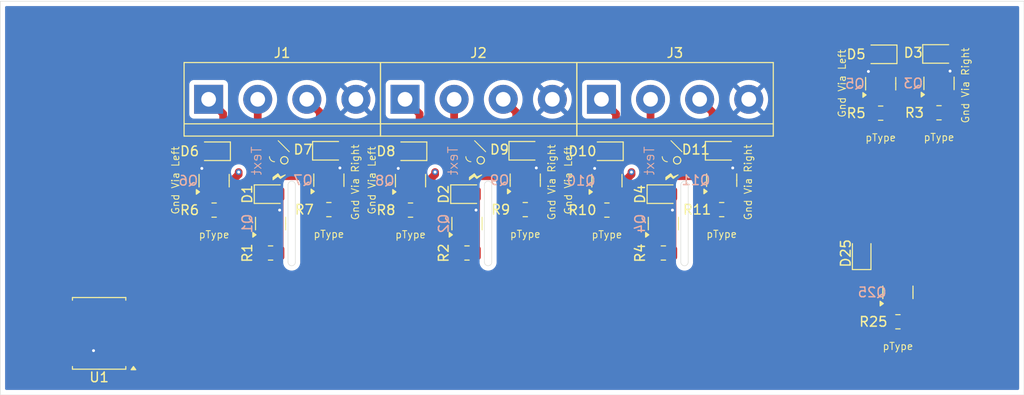
<source format=kicad_pcb>
(kicad_pcb (version 20240108) (generator "pcbnew") (generator_version "8.0")
  (layers (0 "F.Cu" signal) (31 "B.Cu" signal) (34 "B.Paste" user) (35 "F.Paste" user) (36 "B.SilkS" user "B.Silkscreen") (37 "F.SilkS" user "F.Silkscreen") (38 "B.Mask" user) (39 "F.Mask" user) (44 "Edge.Cuts" user))
  (net 0 "")
  (net 1 "/SubPcb/nType/Output")
  (net 2 "+3.3V")
  (net 3 "/pTypeA1/Output")
  (net 4 "/SubPcb1/nType/Output")
  (net 5 "GND")
  (net 6 "/pTypeB1/Output")
  (net 7 "/SubPcb2/nType/Output")
  (net 8 "/SubPcb/pTypeB/Output")
  (net 24 "VDC")
  (net 25 "/SubPcb/Input")
  (net 26 "/SubPcb1/Input")
  (net 27 "/SubPcb2/Input")
  (net 28 "/SubPcb/pTypeA/Output")
  (net 29 "/SubPcb1/pTypeB/Output")
  (net 30 "/SubPcb1/pTypeA/Output")
  (net 31 "/SubPcb2/pTypeB/Output")
  (net 32 "/SubPcb2/pTypeA/Output")
  (net 33 "/pTypeA1/Input")
  (net 34 "/pTypeB1/Input")
  (net 35 "/pType/Output")
  (net 36 "/pType/Input")
  (footprint "Package_TO_SOT_SMD:SOT-23" (layer "F.Cu") (at 112.08 45.397 90)
    (property "Reference" "Q25" (at 0 -2.667 0) (layer "B.SilkS") (effects (justify mirror)))
    (property "Value" "BC807")
    (pad "1" smd roundrect (at -0.9375 -0.95 90) (size 1.475 0.6) (layers "F.Cu" "F.Paste" "F.Mask") (net 36 "/pType/Input"))
    (pad "2" smd roundrect (at -0.9375 0.95 90) (size 1.475 0.6) (layers "F.Cu" "F.Paste" "F.Mask") (net 24 "VDC"))
    (pad "3" smd roundrect (at 0.9375 0 90) (size 1.475 0.6) (layers "F.Cu" "F.Paste" "F.Mask") (net 35 "/pType/Output"))
  )
  (footprint "Diode_SMD:D_0805_2012Metric" (layer "F.Cu") (at 81.9745 30.781 180)
    (property "Reference" "D10" (at 2.54 0 180) (layer "F.SilkS"))
    (property "Value" "D_Schottky_Small")
    (pad "1" smd roundrect (at -0.9375 0 180) (size 0.975 1.4) (layers "F.Cu" "F.Paste" "F.Mask") (net 31 "/SubPcb2/pTypeB/Output"))
    (pad "2" smd roundrect (at 0.9375 0 180) (size 0.975 1.4) (layers "F.Cu" "F.Paste" "F.Mask") (net 5 "GND"))
  )
  (footprint "Diode_SMD:D_0805_2012Metric" (layer "F.Cu") (at 61.6545 30.781 180)
    (property "Reference" "D8" (at 2.54 0 180) (layer "F.SilkS"))
    (property "Value" "D_Schottky_Small")
    (pad "1" smd roundrect (at -0.9375 0 180) (size 0.975 1.4) (layers "F.Cu" "F.Paste" "F.Mask") (net 29 "/SubPcb1/pTypeB/Output"))
    (pad "2" smd roundrect (at 0.9375 0 180) (size 0.975 1.4) (layers "F.Cu" "F.Paste" "F.Mask") (net 5 "GND"))
  )
  (footprint "Diode_SMD:D_0805_2012Metric" (layer "F.Cu") (at 116.332 20.701)
    (property "Reference" "D3" (at -2.667 -0.127 0) (layer "F.SilkS"))
    (property "Value" "D_Schottky_Small")
    (pad "1" smd roundrect (at -0.9375 0) (size 0.975 1.4) (layers "F.Cu" "F.Paste" "F.Mask") (net 3 "/pTypeA1/Output"))
    (pad "2" smd roundrect (at 0.9375 0) (size 0.975 1.4) (layers "F.Cu" "F.Paste" "F.Mask") (net 5 "GND"))
  )
  (footprint "Package_TO_SOT_SMD:SOT-23" (layer "F.Cu") (at 93.8465 33.7805 90)
    (property "Reference" "Q11" (at 0 -2.667 0) (layer "B.SilkS") (effects (justify mirror)))
    (property "Value" "BC807")
    (pad "1" smd roundrect (at -0.9375 -0.95 90) (size 1.475 0.6) (layers "F.Cu" "F.Paste" "F.Mask") (net 7 "/SubPcb2/nType/Output"))
    (pad "2" smd roundrect (at -0.9375 0.95 90) (size 1.475 0.6) (layers "F.Cu" "F.Paste" "F.Mask") (net 24 "VDC"))
    (pad "3" smd roundrect (at 0.9375 0 90) (size 1.475 0.6) (layers "F.Cu" "F.Paste" "F.Mask") (net 32 "/SubPcb2/pTypeA/Output"))
  )
  (footprint "Diode_SMD:D_0805_2012Metric" (layer "F.Cu") (at 108.331 41.3535 90)
    (property "Reference" "D25" (at 0 -1.65 -90) (layer "F.SilkS"))
    (property "Value" "D_Schottky_Small")
    (pad "1" smd roundrect (at -0.9375 0 90) (size 0.975 1.4) (layers "F.Cu" "F.Paste" "F.Mask") (net 35 "/pType/Output"))
    (pad "2" smd roundrect (at 0.9375 0 90) (size 0.975 1.4) (layers "F.Cu" "F.Paste" "F.Mask") (net 5 "GND"))
  )
  (footprint "Package_SO:SSOP-20_5.3x7.2mm_P0.65mm" (layer "F.Cu") (at 29.438019 49.646 180)
    (property "Reference" "U1" (at 0 -4.55 180) (layer "F.SilkS"))
    (property "Value" "ATtiny1626-X")
    (pad "1" smd roundrect (at -3.5 -2.925 180) (size 1.9 0.5) (layers "F.Cu" "F.Paste" "F.Mask") (net 2 "+3.3V"))
    (pad "2" smd roundrect (at -3.5 -2.275 180) (size 1.9 0.5) (layers "F.Cu" "F.Paste" "F.Mask"))
    (pad "3" smd roundrect (at -3.5 -1.625 180) (size 1.9 0.5) (layers "F.Cu" "F.Paste" "F.Mask"))
    (pad "4" smd roundrect (at -3.5 -0.975 180) (size 1.9 0.5) (layers "F.Cu" "F.Paste" "F.Mask"))
    (pad "5" smd roundrect (at -3.5 -0.325 180) (size 1.9 0.5) (layers "F.Cu" "F.Paste" "F.Mask"))
    (pad "6" smd roundrect (at -3.5 0.325 180) (size 1.9 0.5) (layers "F.Cu" "F.Paste" "F.Mask") (net 27 "/SubPcb2/Input"))
    (pad "7" smd roundrect (at -3.5 0.975 180) (size 1.9 0.5) (layers "F.Cu" "F.Paste" "F.Mask") (net 26 "/SubPcb1/Input"))
    (pad "8" smd roundrect (at -3.5 1.625 180) (size 1.9 0.5) (layers "F.Cu" "F.Paste" "F.Mask") (net 25 "/SubPcb/Input"))
    (pad "9" smd roundrect (at -3.5 2.275 180) (size 1.9 0.5) (layers "F.Cu" "F.Paste" "F.Mask"))
    (pad "10" smd roundrect (at -3.5 2.925 180) (size 1.9 0.5) (layers "F.Cu" "F.Paste" "F.Mask"))
    (pad "11" smd roundrect (at 3.5 2.925 180) (size 1.9 0.5) (layers "F.Cu" "F.Paste" "F.Mask"))
    (pad "12" smd roundrect (at 3.5 2.275 180) (size 1.9 0.5) (layers "F.Cu" "F.Paste" "F.Mask"))
    (pad "13" smd roundrect (at 3.5 1.625 180) (size 1.9 0.5) (layers "F.Cu" "F.Paste" "F.Mask"))
    (pad "14" smd roundrect (at 3.5 0.975 180) (size 1.9 0.5) (layers "F.Cu" "F.Paste" "F.Mask"))
    (pad "15" smd roundrect (at 3.5 0.325 180) (size 1.9 0.5) (layers "F.Cu" "F.Paste" "F.Mask"))
    (pad "16" smd roundrect (at 3.5 -0.325 180) (size 1.9 0.5) (layers "F.Cu" "F.Paste" "F.Mask"))
    (pad "17" smd roundrect (at 3.5 -0.975 180) (size 1.9 0.5) (layers "F.Cu" "F.Paste" "F.Mask"))
    (pad "18" smd roundrect (at 3.5 -1.625 180) (size 1.9 0.5) (layers "F.Cu" "F.Paste" "F.Mask"))
    (pad "19" smd roundrect (at 3.5 -2.275 180) (size 1.9 0.5) (layers "F.Cu" "F.Paste" "F.Mask"))
    (pad "20" smd roundrect (at 3.5 -2.925 180) (size 1.9 0.5) (layers "F.Cu" "F.Paste" "F.Mask") (net 5 "GND"))
  )
  (footprint "Diode_SMD:D_0805_2012Metric" (layer "F.Cu") (at 87.8165 35.226)
    (property "Reference" "D4" (at -2.413 0 -90) (layer "F.SilkS"))
    (property "Value" "D_Schottky_Small")
    (pad "1" smd roundrect (at -0.9375 0) (size 0.975 1.4) (layers "F.Cu" "F.Paste" "F.Mask") (net 7 "/SubPcb2/nType/Output"))
    (pad "2" smd roundrect (at 0.9375 0) (size 0.975 1.4) (layers "F.Cu" "F.Paste" "F.Mask") (net 5 "GND"))
  )
  (footprint "Diode_SMD:D_0805_2012Metric" (layer "F.Cu") (at 110.297 20.7385 180)
    (property "Reference" "D5" (at 2.54 0 180) (layer "F.SilkS"))
    (property "Value" "D_Schottky_Small")
    (pad "1" smd roundrect (at -0.9375 0 180) (size 0.975 1.4) (layers "F.Cu" "F.Paste" "F.Mask") (net 6 "/pTypeB1/Output"))
    (pad "2" smd roundrect (at 0.9375 0 180) (size 0.975 1.4) (layers "F.Cu" "F.Paste" "F.Mask") (net 5 "GND"))
  )
  (footprint "Resistor_SMD:R_0805_2012Metric" (layer "F.Cu") (at 61.6545 36.877 180)
    (property "Reference" "R8" (at 2.54 0 0) (layer "F.SilkS"))
    (property "Value" "10k")
    (pad "1" smd roundrect (at -0.9125 0 180) (size 1.025 1.4) (layers "F.Cu" "F.Paste" "F.Mask") (roundrect_rratio 0.243902) (net 24 "VDC"))
    (pad "2" smd roundrect (at 0.9125 0 180) (size 1.025 1.4) (layers "F.Cu" "F.Paste" "F.Mask") (roundrect_rratio 0.243902) (net 4 "/SubPcb1/nType/Output"))
  )
  (footprint "Diode_SMD:D_0805_2012Metric" (layer "F.Cu") (at 53.2065 30.7325)
    (property "Reference" "D7" (at -2.667 -0.127 0) (layer "F.SilkS"))
    (property "Value" "D_Schottky_Small")
    (pad "1" smd roundrect (at -0.9375 0) (size 0.975 1.4) (layers "F.Cu" "F.Paste" "F.Mask") (net 28 "/SubPcb/pTypeA/Output"))
    (pad "2" smd roundrect (at 0.9375 0) (size 0.975 1.4) (layers "F.Cu" "F.Paste" "F.Mask") (net 5 "GND"))
  )
  (footprint "Package_TO_SOT_SMD:SOT-23" (layer "F.Cu") (at 73.5265 33.7805 90)
    (property "Reference" "Q9" (at 0 -2.667 0) (layer "B.SilkS") (effects (justify mirror)))
    (property "Value" "BC807")
    (pad "1" smd roundrect (at -0.9375 -0.95 90) (size 1.475 0.6) (layers "F.Cu" "F.Paste" "F.Mask") (net 4 "/SubPcb1/nType/Output"))
    (pad "2" smd roundrect (at -0.9375 0.95 90) (size 1.475 0.6) (layers "F.Cu" "F.Paste" "F.Mask") (net 24 "VDC"))
    (pad "3" smd roundrect (at 0.9375 0 90) (size 1.475 0.6) (layers "F.Cu" "F.Paste" "F.Mask") (net 30 "/SubPcb1/pTypeA/Output"))
  )
  (footprint "Package_TO_SOT_SMD:SOT-23" (layer "F.Cu") (at 110.297 23.7865 90)
    (property "Reference" "Q5" (at 0 -2.667 0) (layer "B.SilkS") (effects (justify mirror)))
    (property "Value" "BC807")
    (pad "1" smd roundrect (at -0.9375 -0.95 90) (size 1.475 0.6) (layers "F.Cu" "F.Paste" "F.Mask") (net 34 "/pTypeB1/Input"))
    (pad "2" smd roundrect (at -0.9375 0.95 90) (size 1.475 0.6) (layers "F.Cu" "F.Paste" "F.Mask") (net 24 "VDC"))
    (pad "3" smd roundrect (at 0.9375 0 90) (size 1.475 0.6) (layers "F.Cu" "F.Paste" "F.Mask") (net 6 "/pTypeB1/Output"))
  )
  (footprint "Package_TO_SOT_SMD:SOT-23" (layer "F.Cu") (at 53.2065 33.7805 90)
    (property "Reference" "Q7" (at 0 -2.667 0) (layer "B.SilkS") (effects (justify mirror)))
    (property "Value" "BC807")
    (pad "1" smd roundrect (at -0.9375 -0.95 90) (size 1.475 0.6) (layers "F.Cu" "F.Paste" "F.Mask") (net 1 "/SubPcb/nType/Output"))
    (pad "2" smd roundrect (at -0.9375 0.95 90) (size 1.475 0.6) (layers "F.Cu" "F.Paste" "F.Mask") (net 24 "VDC"))
    (pad "3" smd roundrect (at 0.9375 0 90) (size 1.475 0.6) (layers "F.Cu" "F.Paste" "F.Mask") (net 28 "/SubPcb/pTypeA/Output"))
  )
  (footprint "Diode_SMD:D_0805_2012Metric" (layer "F.Cu") (at 67.4965 35.226)
    (property "Reference" "D2" (at -2.413 0 -90) (layer "F.SilkS"))
    (property "Value" "D_Schottky_Small")
    (pad "1" smd roundrect (at -0.937501 0) (size 0.975 1.4) (layers "F.Cu" "F.Paste" "F.Mask") (net 4 "/SubPcb1/nType/Output"))
    (pad "2" smd roundrect (at 0.937501 0) (size 0.975 1.4) (layers "F.Cu" "F.Paste" "F.Mask") (net 5 "GND"))
  )
  (footprint "Resistor_SMD:R_0805_2012Metric" (layer "F.Cu") (at 41.3345 36.877 180)
    (property "Reference" "R6" (at 2.54 0 0) (layer "F.SilkS"))
    (property "Value" "10k")
    (pad "1" smd roundrect (at -0.9125 0 180) (size 1.025 1.4) (layers "F.Cu" "F.Paste" "F.Mask") (roundrect_rratio 0.243902) (net 24 "VDC"))
    (pad "2" smd roundrect (at 0.9125 0 180) (size 1.025 1.4) (layers "F.Cu" "F.Paste" "F.Mask") (roundrect_rratio 0.243902) (net 1 "/SubPcb/nType/Output"))
  )
  (footprint "Resistor_SMD:R_0805_2012Metric" (layer "F.Cu") (at 112.08 48.445 180)
    (property "Reference" "R25" (at 2.54 0 0) (layer "F.SilkS"))
    (property "Value" "10k")
    (pad "1" smd roundrect (at -0.9125 0 180) (size 1.025 1.4) (layers "F.Cu" "F.Paste" "F.Mask") (roundrect_rratio 0.243902) (net 24 "VDC"))
    (pad "2" smd roundrect (at 0.9125 0 180) (size 1.025 1.4) (layers "F.Cu" "F.Paste" "F.Mask") (roundrect_rratio 0.243902) (net 36 "/pType/Input"))
  )
  (footprint "TerminalBlock:TerminalBlock_bornier-4_P5.08mm" (layer "F.Cu") (at 81.407 25.4)
    (property "Reference" "J3" (at 7.6 -4.8 0) (layer "F.SilkS"))
    (property "Value" "Screw_Terminal_01x04")
    (pad "1" thru_hole rect (at 0 0) (size 3 3) (drill 1.52) (layers "*.Cu" "*.Mask") (net 31 "/SubPcb2/pTypeB/Output"))
    (pad "2" thru_hole circle (at 5.08 0) (size 3 3) (drill 1.52) (layers "*.Cu" "*.Mask") (net 7 "/SubPcb2/nType/Output"))
    (pad "3" thru_hole circle (at 10.16 0) (size 3 3) (drill 1.52) (layers "*.Cu" "*.Mask") (net 32 "/SubPcb2/pTypeA/Output"))
    (pad "4" thru_hole circle (at 15.24 0) (size 3 3) (drill 1.52) (layers "*.Cu" "*.Mask") (net 5 "GND"))
  )
  (footprint "Package_TO_SOT_SMD:SOT-23" (layer "F.Cu") (at 61.6545 33.829 90)
    (property "Reference" "Q8" (at 0 -2.667 0) (layer "B.SilkS") (effects (justify mirror)))
    (property "Value" "BC807")
    (pad "1" smd roundrect (at -0.9375 -0.95 90) (size 1.475 0.6) (layers "F.Cu" "F.Paste" "F.Mask") (net 4 "/SubPcb1/nType/Output"))
    (pad "2" smd roundrect (at -0.9375 0.95 90) (size 1.475 0.6) (layers "F.Cu" "F.Paste" "F.Mask") (net 24 "VDC"))
    (pad "3" smd roundrect (at 0.9375 0 90) (size 1.475 0.6) (layers "F.Cu" "F.Paste" "F.Mask") (net 29 "/SubPcb1/pTypeB/Output"))
  )
  (footprint "Resistor_SMD:R_0805_2012Metric" (layer "F.Cu") (at 67.4965 41.322)
    (property "Reference" "R2" (at -2.413 0 -90) (layer "F.SilkS"))
    (property "Value" "10k")
    (pad "1" smd roundrect (at -0.9125 0) (size 1.025 1.4) (layers "F.Cu" "F.Paste" "F.Mask") (roundrect_rratio 0.243902) (net 26 "/SubPcb1/Input"))
    (pad "2" smd roundrect (at 0.9125 0) (size 1.025 1.4) (layers "F.Cu" "F.Paste" "F.Mask") (roundrect_rratio 0.243902) (net 5 "GND"))
  )
  (footprint "Package_TO_SOT_SMD:SOT-23" (layer "F.Cu") (at 41.3345 33.829 90)
    (property "Reference" "Q6" (at 0 -2.667 0) (layer "B.SilkS") (effects (justify mirror)))
    (property "Value" "BC807")
    (pad "1" smd roundrect (at -0.9375 -0.95 90) (size 1.475 0.6) (layers "F.Cu" "F.Paste" "F.Mask") (net 1 "/SubPcb/nType/Output"))
    (pad "2" smd roundrect (at -0.9375 0.95 90) (size 1.475 0.6) (layers "F.Cu" "F.Paste" "F.Mask") (net 24 "VDC"))
    (pad "3" smd roundrect (at 0.9375 0 90) (size 1.475 0.6) (layers "F.Cu" "F.Paste" "F.Mask") (net 8 "/SubPcb/pTypeB/Output"))
  )
  (footprint "Package_TO_SOT_SMD:SOT-23" (layer "F.Cu") (at 116.332 23.749 90)
    (property "Reference" "Q3" (at 0 -2.667 0) (layer "B.SilkS") (effects (justify mirror)))
    (property "Value" "BC807")
    (pad "1" smd roundrect (at -0.9375 -0.95 90) (size 1.475 0.6) (layers "F.Cu" "F.Paste" "F.Mask") (net 33 "/pTypeA1/Input"))
    (pad "2" smd roundrect (at -0.9375 0.95 90) (size 1.475 0.6) (layers "F.Cu" "F.Paste" "F.Mask") (net 24 "VDC"))
    (pad "3" smd roundrect (at 0.9375 0 90) (size 1.475 0.6) (layers "F.Cu" "F.Paste" "F.Mask") (net 3 "/pTypeA1/Output"))
  )
  (footprint "Package_TO_SOT_SMD:SOT-23" (layer "F.Cu") (at 47.1765 38.274 90)
    (property "Reference" "Q1" (at 0 -2.413 90) (layer "B.SilkS") (effects (justify mirror)))
    (property "Value" "MMBT2222A")
    (pad "1" smd roundrect (at -0.9375 -0.95 90) (size 1.475 0.6) (layers "F.Cu" "F.Paste" "F.Mask") (net 25 "/SubPcb/Input"))
    (pad "2" smd roundrect (at -0.9375 0.95 90) (size 1.475 0.6) (layers "F.Cu" "F.Paste" "F.Mask") (net 5 "GND"))
    (pad "3" smd roundrect (at 0.937501 0 90) (size 1.475 0.6) (layers "F.Cu" "F.Paste" "F.Mask") (net 1 "/SubPcb/nType/Output"))
  )
  (footprint "Package_TO_SOT_SMD:SOT-23" (layer "F.Cu") (at 67.4965 38.274 90)
    (property "Reference" "Q2" (at 0 -2.413 90) (layer "B.SilkS") (effects (justify mirror)))
    (property "Value" "MMBT2222A")
    (pad "1" smd roundrect (at -0.9375 -0.95 90) (size 1.475 0.6) (layers "F.Cu" "F.Paste" "F.Mask") (net 26 "/SubPcb1/Input"))
    (pad "2" smd roundrect (at -0.9375 0.95 90) (size 1.475 0.6) (layers "F.Cu" "F.Paste" "F.Mask") (net 5 "GND"))
    (pad "3" smd roundrect (at 0.937501 0 90) (size 1.475 0.6) (layers "F.Cu" "F.Paste" "F.Mask") (net 4 "/SubPcb1/nType/Output"))
  )
  (footprint "Resistor_SMD:R_0805_2012Metric" (layer "F.Cu") (at 87.8165 41.322)
    (property "Reference" "R4" (at -2.413 0 -90) (layer "F.SilkS"))
    (property "Value" "10k")
    (pad "1" smd roundrect (at -0.9125 0) (size 1.025 1.4) (layers "F.Cu" "F.Paste" "F.Mask") (roundrect_rratio 0.243902) (net 27 "/SubPcb2/Input"))
    (pad "2" smd roundrect (at 0.9125 0) (size 1.025 1.4) (layers "F.Cu" "F.Paste" "F.Mask") (roundrect_rratio 0.243902) (net 5 "GND"))
  )
  (footprint "Resistor_SMD:R_0805_2012Metric" (layer "F.Cu") (at 116.332 26.797 180)
    (property "Reference" "R3" (at 2.54 0 0) (layer "F.SilkS"))
    (property "Value" "10k")
    (pad "1" smd roundrect (at -0.9125 0 180) (size 1.025 1.4) (layers "F.Cu" "F.Paste" "F.Mask") (roundrect_rratio 0.243902) (net 24 "VDC"))
    (pad "2" smd roundrect (at 0.9125 0 180) (size 1.025 1.4) (layers "F.Cu" "F.Paste" "F.Mask") (roundrect_rratio 0.243902) (net 33 "/pTypeA1/Input"))
  )
  (footprint "Resistor_SMD:R_0805_2012Metric" (layer "F.Cu") (at 53.2065 36.8285 180)
    (property "Reference" "R7" (at 2.54 0 0) (layer "F.SilkS"))
    (property "Value" "10k")
    (pad "1" smd roundrect (at -0.9125 0 180) (size 1.025 1.4) (layers "F.Cu" "F.Paste" "F.Mask") (roundrect_rratio 0.243902) (net 24 "VDC"))
    (pad "2" smd roundrect (at 0.9125 0 180) (size 1.025 1.4) (layers "F.Cu" "F.Paste" "F.Mask") (roundrect_rratio 0.243902) (net 1 "/SubPcb/nType/Output"))
  )
  (footprint "TerminalBlock:TerminalBlock_bornier-4_P5.08mm" (layer "F.Cu") (at 61.087 25.4)
    (property "Reference" "J2" (at 7.6 -4.8 0) (layer "F.SilkS"))
    (property "Value" "Screw_Terminal_01x04")
    (pad "1" thru_hole rect (at 0 0) (size 3 3) (drill 1.52) (layers "*.Cu" "*.Mask") (net 29 "/SubPcb1/pTypeB/Output"))
    (pad "2" thru_hole circle (at 5.08 0) (size 3 3) (drill 1.52) (layers "*.Cu" "*.Mask") (net 4 "/SubPcb1/nType/Output"))
    (pad "3" thru_hole circle (at 10.16 0) (size 3 3) (drill 1.52) (layers "*.Cu" "*.Mask") (net 30 "/SubPcb1/pTypeA/Output"))
    (pad "4" thru_hole circle (at 15.24 0) (size 3 3) (drill 1.52) (layers "*.Cu" "*.Mask") (net 5 "GND"))
  )
  (footprint "Resistor_SMD:R_0805_2012Metric" (layer "F.Cu") (at 110.297 26.8345 180)
    (property "Reference" "R5" (at 2.54 0 0) (layer "F.SilkS"))
    (property "Value" "10k")
    (pad "1" smd roundrect (at -0.9125 0 180) (size 1.025 1.4) (layers "F.Cu" "F.Paste" "F.Mask") (roundrect_rratio 0.243902) (net 24 "VDC"))
    (pad "2" smd roundrect (at 0.9125 0 180) (size 1.025 1.4) (layers "F.Cu" "F.Paste" "F.Mask") (roundrect_rratio 0.243902) (net 34 "/pTypeB1/Input"))
  )
  (footprint "Diode_SMD:D_0805_2012Metric" (layer "F.Cu") (at 47.1765 35.226)
    (property "Reference" "D1" (at -2.413 0 -90) (layer "F.SilkS"))
    (property "Value" "D_Schottky_Small")
    (pad "1" smd roundrect (at -0.937501 0) (size 0.975 1.4) (layers "F.Cu" "F.Paste" "F.Mask") (net 1 "/SubPcb/nType/Output"))
    (pad "2" smd roundrect (at 0.937501 0) (size 0.975 1.4) (layers "F.Cu" "F.Paste" "F.Mask") (net 5 "GND"))
  )
  (footprint "Resistor_SMD:R_0805_2012Metric" (layer "F.Cu") (at 47.1765 41.322)
    (property "Reference" "R1" (at -2.413 0 -90) (layer "F.SilkS"))
    (property "Value" "10k")
    (pad "1" smd roundrect (at -0.9125 0) (size 1.025 1.4) (layers "F.Cu" "F.Paste" "F.Mask") (roundrect_rratio 0.243902) (net 25 "/SubPcb/Input"))
    (pad "2" smd roundrect (at 0.9125 0) (size 1.025 1.4) (layers "F.Cu" "F.Paste" "F.Mask") (roundrect_rratio 0.243902) (net 5 "GND"))
  )
  (footprint "Package_TO_SOT_SMD:SOT-23" (layer "F.Cu") (at 81.9745 33.829 90)
    (property "Reference" "Q10" (at 0 -2.667 0) (layer "B.SilkS") (effects (justify mirror)))
    (property "Value" "BC807")
    (pad "1" smd roundrect (at -0.9375 -0.95 90) (size 1.475 0.6) (layers "F.Cu" "F.Paste" "F.Mask") (net 7 "/SubPcb2/nType/Output"))
    (pad "2" smd roundrect (at -0.9375 0.95 90) (size 1.475 0.6) (layers "F.Cu" "F.Paste" "F.Mask") (net 24 "VDC"))
    (pad "3" smd roundrect (at 0.9375 0 90) (size 1.475 0.6) (layers "F.Cu" "F.Paste" "F.Mask") (net 31 "/SubPcb2/pTypeB/Output"))
  )
  (footprint "Diode_SMD:D_0805_2012Metric" (layer "F.Cu") (at 93.8465 30.7325)
    (property "Reference" "D11" (at -2.667 -0.127 0) (layer "F.SilkS"))
    (property "Value" "D_Schottky_Small")
    (pad "1" smd roundrect (at -0.9375 0) (size 0.975 1.4) (layers "F.Cu" "F.Paste" "F.Mask") (net 32 "/SubPcb2/pTypeA/Output"))
    (pad "2" smd roundrect (at 0.9375 0) (size 0.975 1.4) (layers "F.Cu" "F.Paste" "F.Mask") (net 5 "GND"))
  )
  (footprint "TerminalBlock:TerminalBlock_bornier-4_P5.08mm" (layer "F.Cu") (at 40.767 25.4)
    (property "Reference" "J1" (at 7.6 -4.8 0) (layer "F.SilkS"))
    (property "Value" "Screw_Terminal_01x04")
    (pad "1" thru_hole rect (at 0 0) (size 3 3) (drill 1.52) (layers "*.Cu" "*.Mask") (net 8 "/SubPcb/pTypeB/Output"))
    (pad "2" thru_hole circle (at 5.08 0) (size 3 3) (drill 1.52) (layers "*.Cu" "*.Mask") (net 1 "/SubPcb/nType/Output"))
    (pad "3" thru_hole circle (at 10.16 0) (size 3 3) (drill 1.52) (layers "*.Cu" "*.Mask") (net 28 "/SubPcb/pTypeA/Output"))
    (pad "4" thru_hole circle (at 15.24 0) (size 3 3) (drill 1.52) (layers "*.Cu" "*.Mask") (net 5 "GND"))
  )
  (footprint "Resistor_SMD:R_0805_2012Metric" (layer "F.Cu") (at 73.5265 36.8285 180)
    (property "Reference" "R9" (at 2.54 0 0) (layer "F.SilkS"))
    (property "Value" "10k")
    (pad "1" smd roundrect (at -0.9125 0 180) (size 1.025 1.4) (layers "F.Cu" "F.Paste" "F.Mask") (roundrect_rratio 0.243902) (net 24 "VDC"))
    (pad "2" smd roundrect (at 0.9125 0 180) (size 1.025 1.4) (layers "F.Cu" "F.Paste" "F.Mask") (roundrect_rratio 0.243902) (net 4 "/SubPcb1/nType/Output"))
  )
  (footprint "Resistor_SMD:R_0805_2012Metric" (layer "F.Cu") (at 93.8465 36.8285 180)
    (property "Reference" "R11" (at 2.54 0 0) (layer "F.SilkS"))
    (property "Value" "10k")
    (pad "1" smd roundrect (at -0.9125 0 180) (size 1.025 1.4) (layers "F.Cu" "F.Paste" "F.Mask") (roundrect_rratio 0.243902) (net 24 "VDC"))
    (pad "2" smd roundrect (at 0.9125 0 180) (size 1.025 1.4) (layers "F.Cu" "F.Paste" "F.Mask") (roundrect_rratio 0.243902) (net 7 "/SubPcb2/nType/Output"))
  )
  (footprint "Diode_SMD:D_0805_2012Metric" (layer "F.Cu") (at 41.3345 30.781 180)
    (property "Reference" "D6" (at 2.54 0 180) (layer "F.SilkS"))
    (property "Value" "D_Schottky_Small")
    (pad "1" smd roundrect (at -0.9375 0 180) (size 0.975 1.4) (layers "F.Cu" "F.Paste" "F.Mask") (net 8 "/SubPcb/pTypeB/Output"))
    (pad "2" smd roundrect (at 0.9375 0 180) (size 0.975 1.4) (layers "F.Cu" "F.Paste" "F.Mask") (net 5 "GND"))
  )
  (footprint "Diode_SMD:D_0805_2012Metric" (layer "F.Cu") (at 73.5265 30.7325)
    (property "Reference" "D9" (at -2.667 -0.127 0) (layer "F.SilkS"))
    (property "Value" "D_Schottky_Small")
    (pad "1" smd roundrect (at -0.9375 0) (size 0.975 1.4) (layers "F.Cu" "F.Paste" "F.Mask") (net 30 "/SubPcb1/pTypeA/Output"))
    (pad "2" smd roundrect (at 0.9375 0) (size 0.975 1.4) (layers "F.Cu" "F.Paste" "F.Mask") (net 5 "GND"))
  )
  (footprint "Resistor_SMD:R_0805_2012Metric" (layer "F.Cu") (at 81.9745 36.877 180)
    (property "Reference" "R10" (at 2.54 0 0) (layer "F.SilkS"))
    (property "Value" "10k")
    (pad "1" smd roundrect (at -0.9125 0 180) (size 1.025 1.4) (layers "F.Cu" "F.Paste" "F.Mask") (roundrect_rratio 0.243902) (net 24 "VDC"))
    (pad "2" smd roundrect (at 0.9125 0 180) (size 1.025 1.4) (layers "F.Cu" "F.Paste" "F.Mask") (roundrect_rratio 0.243902) (net 7 "/SubPcb2/nType/Output"))
  )
  (footprint "Package_TO_SOT_SMD:SOT-23" (layer "F.Cu") (at 87.8165 38.274 90)
    (property "Reference" "Q4" (at 0 -2.413 90) (layer "B.SilkS") (effects (justify mirror)))
    (property "Value" "MMBT2222A")
    (pad "1" smd roundrect (at -0.9375 -0.95 90) (size 1.475 0.6) (layers "F.Cu" "F.Paste" "F.Mask") (net 27 "/SubPcb2/Input"))
    (pad "2" smd roundrect (at -0.9375 0.95 90) (size 1.475 0.6) (layers "F.Cu" "F.Paste" "F.Mask") (net 5 "GND"))
    (pad "3" smd roundrect (at 0.9375 0 90) (size 1.475 0.6) (layers "F.Cu" "F.Paste" "F.Mask") (net 7 "/SubPcb2/nType/Output"))
  )
  (gr_circle (center 48.5989 31.7208) (end 48.2179 31.7208) (stroke (width 0.1)) (fill none) (layer "F.SilkS"))
  (gr_arc (start 67.9029 31.863434) (mid 67.532635 31.710065) (end 67.379266 31.3398) (stroke (width 0.1)) (layer "F.SilkS"))
  (gr_poly (pts (xy 47.427688 33.738349) (xy 47.935688 33.357349) (xy 48.194879 33.606158) (xy 48.697688 33.230349) (xy 48.1925 33.448) (xy 47.938915 33.106576) (xy 47.427688 33.484349)) (stroke (width 0.1)) (fill solid) (layer "F.SilkS"))
  (gr_circle (center 89.2389 31.7208) (end 88.8579 31.7208) (stroke (width 0.1)) (fill none) (layer "F.SilkS"))
  (gr_line (start 47.9639 29.6888) (end 49.1069 30.8318) (stroke (width 0.1)) (layer "F.SilkS"))
  (gr_arc (start 88.2229 31.863434) (mid 87.852635 31.710065) (end 87.699266 31.3398) (stroke (width 0.1)) (layer "F.SilkS"))
  (gr_circle (center 48.5989 31.7208) (end 48.2179 31.7208) (stroke (width 0.1)) (fill none) (layer "F.SilkS"))
  (gr_circle (center 89.2389 31.7208) (end 88.8579 31.7208) (stroke (width 0.1)) (fill none) (layer "F.SilkS"))
  (gr_poly (pts (xy 67.747688 33.738349) (xy 68.255688 33.357349) (xy 68.514879 33.606158) (xy 69.017688 33.230349) (xy 68.5125 33.448) (xy 68.258915 33.106576) (xy 67.747688 33.484349)) (stroke (width 0.1)) (fill solid) (layer "F.SilkS"))
  (gr_circle (center 68.9189 31.7208) (end 68.5379 31.7208) (stroke (width 0.1)) (fill none) (layer "F.SilkS"))
  (gr_line (start 88.6039 29.6888) (end 89.7469 30.8318) (stroke (width 0.1)) (layer "F.SilkS"))
  (gr_arc (start 47.5829 31.863434) (mid 47.212635 31.710065) (end 47.059266 31.3398) (stroke (width 0.1)) (layer "F.SilkS"))
  (gr_circle (center 68.9189 31.7208) (end 68.5379 31.7208) (stroke (width 0.1)) (fill none) (layer "F.SilkS"))
  (gr_poly (pts (xy 88.067688 33.738349) (xy 88.575688 33.357349) (xy 88.834879 33.606158) (xy 89.337688 33.230349) (xy 88.8325 33.448) (xy 88.578915 33.106576) (xy 88.067688 33.484349)) (stroke (width 0.1)) (fill solid) (layer "F.SilkS"))
  (gr_line (start 68.2839 29.6888) (end 69.4269 30.8318) (stroke (width 0.1)) (layer "F.SilkS"))
  (gr_line (start 69.2999 42.2618) (end 69.2999 34.2608) (stroke (width 0.05)) (layer "Edge.Cuts"))
  (gr_line (start 49.7419 34.2608) (end 49.7419 42.2618) (stroke (width 0.05)) (layer "Edge.Cuts"))
  (gr_line (start 48.9799 42.2618) (end 48.9799 34.2608) (stroke (width 0.05)) (layer "Edge.Cuts"))
  (gr_arc (start 70.0619 42.2618) (mid 69.6809 42.6428) (end 69.2999 42.2618) (stroke (width 0.05)) (layer "Edge.Cuts"))
  (gr_line (start 90.3819 34.2608) (end 90.3819 42.2618) (stroke (width 0.05)) (layer "Edge.Cuts"))
  (gr_arc (start 49.7419 42.2618) (mid 49.3609 42.6428) (end 48.9799 42.2618) (stroke (width 0.05)) (layer "Edge.Cuts"))
  (gr_arc (start 89.6199 34.2608) (mid 90.0009 33.8798) (end 90.3819 34.2608) (stroke (width 0.05)) (layer "Edge.Cuts"))
  (gr_arc (start 48.9799 34.2608) (mid 49.3609 33.8798) (end 49.7419 34.2608) (stroke (width 0.05)) (layer "Edge.Cuts"))
  (gr_line (start 70.0619 34.2608) (end 70.0619 42.2618) (stroke (width 0.05)) (layer "Edge.Cuts"))
  (gr_line (start 89.6199 42.2618) (end 89.6199 34.2608) (stroke (width 0.05)) (layer "Edge.Cuts"))
  (gr_rect (start 19.207019 15.24) (end 125.125019 56.007) (stroke (width 0.05)) (fill none) (layer "Edge.Cuts"))
  (gr_arc (start 90.3819 42.2618) (mid 90.0009 42.6428) (end 89.6199 42.2618) (stroke (width 0.05)) (layer "Edge.Cuts"))
  (gr_arc (start 69.2999 34.2608) (mid 69.6809 33.8798) (end 70.0619 34.2608) (stroke (width 0.05)) (layer "Edge.Cuts"))
  (gr_text "Text" (at 46.3129 30.1968 90) (layer "B.SilkS") (effects (font (size 1 1) (thickness 0.1)) (justify left bottom mirror)))
  (gr_text "Text" (at 86.9529 30.1968 90) (layer "B.SilkS") (effects (font (size 1 1) (thickness 0.1)) (justify left bottom mirror)))
  (gr_text "Text" (at 66.6329 30.1968 90) (layer "B.SilkS") (effects (font (size 1 1) (thickness 0.1)) (justify left bottom mirror)))
  (gr_text "Gnd Via Left" (at 58.0985 37.385 90) (layer "F.SilkS") (effects (font (size 0.75 0.75) (thickness 0.1)) (justify left bottom)))
  (gr_text "pType" (at 61.6545 39.417 0) (layer "F.SilkS") (effects (font (size 0.75 0.75) (thickness 0.1))))
  (gr_text "pType" (at 116.332 29.337 0) (layer "F.SilkS") (effects (font (size 0.75 0.75) (thickness 0.1))))
  (gr_text "Gnd Via Left" (at 106.741 27.3425 90) (layer "F.SilkS") (effects (font (size 0.75 0.75) (thickness 0.1)) (justify left bottom)))
  (gr_text "Gnd Via Right" (at 119.507 27.94 90) (layer "F.SilkS") (effects (font (size 0.75 0.75) (thickness 0.1)) (justify left bottom)))
  (gr_text "Gnd Via Left" (at 37.7785 37.385 90) (layer "F.SilkS") (effects (font (size 0.75 0.75) (thickness 0.1)) (justify left bottom)))
  (gr_text "Gnd Via Left" (at 78.4185 37.385 90) (layer "F.SilkS") (effects (font (size 0.75 0.75) (thickness 0.1)) (justify left bottom)))
  (gr_text "Gnd Via Right" (at 76.7015 37.9715 90) (layer "F.SilkS") (effects (font (size 0.75 0.75) (thickness 0.1)) (justify left bottom)))
  (gr_text "pType" (at 53.2065 39.3685 0) (layer "F.SilkS") (effects (font (size 0.75 0.75) (thickness 0.1))))
  (gr_text "pType" (at 93.8465 39.3685 0) (layer "F.SilkS") (effects (font (size 0.75 0.75) (thickness 0.1))))
  (gr_text "pType" (at 110.297 29.3745 0) (layer "F.SilkS") (effects (font (size 0.75 0.75) (thickness 0.1))))
  (gr_text "pType" (at 81.9745 39.417 0) (layer "F.SilkS") (effects (font (size 0.75 0.75) (thickness 0.1))))
  (gr_text "pType" (at 73.5265 39.3685 0) (layer "F.SilkS") (effects (font (size 0.75 0.75) (thickness 0.1))))
  (gr_text "pType" (at 41.3345 39.417 0) (layer "F.SilkS") (effects (font (size 0.75 0.75) (thickness 0.1))))
  (gr_text "Gnd Via Right" (at 97.0215 37.9715 90) (layer "F.SilkS") (effects (font (size 0.75 0.75) (thickness 0.1)) (justify left bottom)))
  (gr_text "Gnd Via Right" (at 56.3815 37.9715 90) (layer "F.SilkS") (effects (font (size 0.75 0.75) (thickness 0.1)) (justify left bottom)))
  (gr_text "pType" (at 112.08 50.985 0) (layer "F.SilkS") (effects (font (size 0.75 0.75) (thickness 0.1))))
  (segment (start 50.8993 33.3608) (end 46.7557 33.3608) (width 0.8) (layer "F.Cu") (net 1))
  (segment (start 52.2565 34.718) (end 50.8993 33.3608) (width 0.8) (layer "F.Cu") (net 1))
  (segment (start 46.7557 33.3608) (end 46.238999 33.877501) (width 0.8) (layer "F.Cu") (net 1))
  (segment (start 46.7557 33.3608) (end 45.847 32.4521) (width 0.8) (layer "F.Cu") (net 1))
  (segment (start 46.238999 33.877501) (end 46.238999 35.226) (width 0.8) (layer "F.Cu") (net 1))
  (segment (start 52.2565 34.718) (end 52.2565 36.791) (width 0.8) (layer "F.Cu") (net 1))
  (segment (start 46.238999 35.655501) (end 46.238999 35.226) (width 0.8) (layer "F.Cu") (net 1))
  (segment (start 46.238999 35.226) (end 46.238999 36.461498) (width 0.8) (layer "F.Cu") (net 1))
  (segment (start 40.422 36.877) (end 40.422 37.577) (width 0.8) (layer "F.Cu") (net 1))
  (segment (start 45.847 32.4521) (end 45.847 25.4) (width 0.8) (layer "F.Cu") (net 1))
  (segment (start 52.2565 36.791) (end 52.294 36.8285) (width 0.8) (layer "F.Cu") (net 1))
  (segment (start 46.238999 36.461498) (end 47.114001 37.3365) (width 0.8) (layer "F.Cu") (net 1))
  (segment (start 40.3845 36.8395) (end 40.422 36.877) (width 0.8) (layer "F.Cu") (net 1))
  (segment (start 43.4935 38.401) (end 46.238999 35.655501) (width 0.8) (layer "F.Cu") (net 1))
  (segment (start 40.3845 34.7665) (end 40.3845 36.8395) (width 0.8) (layer "F.Cu") (net 1))
  (segment (start 41.246 38.401) (end 43.4935 38.401) (width 0.8) (layer "F.Cu") (net 1))
  (segment (start 40.422 37.577) (end 41.246 38.401) (width 0.8) (layer "F.Cu") (net 1))
  (segment (start 115.3945 20.701) (end 115.3945 21.874) (width 0.8) (layer "F.Cu") (net 3))
  (segment (start 115.3945 21.874) (end 116.332 22.8115) (width 0.8) (layer "F.Cu") (net 3))
  (segment (start 71.2193 33.3608) (end 67.0757 33.3608) (width 0.8) (layer "F.Cu") (net 4))
  (segment (start 60.7045 36.8395) (end 60.742 36.877) (width 0.8) (layer "F.Cu") (net 4))
  (segment (start 72.5765 34.718) (end 71.2193 33.3608) (width 0.8) (layer "F.Cu") (net 4))
  (segment (start 72.5765 34.718) (end 72.5765 36.791) (width 0.8) (layer "F.Cu") (net 4))
  (segment (start 67.0757 33.3608) (end 66.558999 33.877501) (width 0.8) (layer "F.Cu") (net 4))
  (segment (start 66.167 32.4521) (end 66.167 25.4) (width 0.8) (layer "F.Cu") (net 4))
  (segment (start 67.0757 33.3608) (end 66.167 32.4521) (width 0.8) (layer "F.Cu") (net 4))
  (segment (start 72.5765 36.791) (end 72.614 36.8285) (width 0.8) (layer "F.Cu") (net 4))
  (segment (start 60.742 37.577) (end 61.566 38.401) (width 0.8) (layer "F.Cu") (net 4))
  (segment (start 66.558999 33.877501) (end 66.558999 35.226) (width 0.8) (layer "F.Cu") (net 4))
  (segment (start 61.566 38.401) (end 63.8135 38.401) (width 0.8) (layer "F.Cu") (net 4))
  (segment (start 66.558999 35.655501) (end 66.558999 35.226) (width 0.8) (layer "F.Cu") (net 4))
  (segment (start 66.558999 35.226) (end 66.558999 36.461498) (width 0.8) (layer "F.Cu") (net 4))
  (segment (start 66.558999 36.461498) (end 67.434001 37.3365) (width 0.8) (layer "F.Cu") (net 4))
  (segment (start 60.7045 34.7665) (end 60.7045 36.8395) (width 0.8) (layer "F.Cu") (net 4))
  (segment (start 60.742 36.877) (end 60.742 37.577) (width 0.8) (layer "F.Cu") (net 4))
  (segment (start 63.8135 38.401) (end 66.558999 35.655501) (width 0.8) (layer "F.Cu") (net 4))
  (segment (start 48.114001 35.226) (end 48.114001 41.296999) (width 0.8) (layer "F.Cu") (net 5))
  (segment (start 88.754001 41.296999) (end 88.729 41.322) (width 0.8) (layer "F.Cu") (net 5))
  (segment (start 28.859019 51.435) (end 27.723019 52.571) (width 0.4) (layer "F.Cu") (net 5))
  (segment (start 74.6695 30.938) (end 74.464 30.7325) (width 0.8) (layer "F.Cu") (net 5))
  (segment (start 68.434001 35.226) (end 68.434001 41.296999) (width 0.8) (layer "F.Cu") (net 5))
  (segment (start 54.3495 32.5105) (end 54.3495 30.938) (width 0.8) (layer "F.Cu") (net 5))
  (segment (start 80.7045 31.1135) (end 81.037 30.781) (width 0.8) (layer "F.Cu") (net 5))
  (segment (start 94.9895 32.5105) (end 94.9895 30.938) (width 0.8) (layer "F.Cu") (net 5))
  (segment (start 117.475 20.9065) (end 117.2695 20.701) (width 0.8) (layer "F.Cu") (net 5))
  (segment (start 109.027 22.5165) (end 109.027 21.071) (width 0.8) (layer "F.Cu") (net 5))
  (segment (start 60.3845 31.1135) (end 60.717 30.781) (width 0.8) (layer "F.Cu") (net 5))
  (segment (start 109.027 21.071) (end 109.3595 20.7385) (width 0.8) (layer "F.Cu") (net 5))
  (segment (start 117.475 22.479) (end 117.475 20.9065) (width 0.8) (layer "F.Cu") (net 5))
  (segment (start 27.723019 52.571) (end 25.938019 52.571) (width 0.4) (layer "F.Cu") (net 5))
  (segment (start 80.7045 32.559) (end 80.7045 31.1135) (width 0.8) (layer "F.Cu") (net 5))
  (segment (start 48.114001 41.296999) (end 48.089 41.322) (width 0.8) (layer "F.Cu") (net 5))
  (segment (start 88.754001 35.226) (end 88.754001 41.296999) (width 0.8) (layer "F.Cu") (net 5))
  (segment (start 60.3845 32.559) (end 60.3845 31.1135) (width 0.8) (layer "F.Cu") (net 5))
  (segment (start 40.0645 31.1135) (end 40.397 30.781) (width 0.8) (layer "F.Cu") (net 5))
  (segment (start 40.0645 32.559) (end 40.0645 31.1135) (width 0.8) (layer "F.Cu") (net 5))
  (segment (start 74.6695 32.5105) (end 74.6695 30.938) (width 0.8) (layer "F.Cu") (net 5))
  (segment (start 94.9895 30.938) (end 94.784 30.7325) (width 0.8) (layer "F.Cu") (net 5))
  (segment (start 54.3495 30.938) (end 54.144 30.7325) (width 0.8) (layer "F.Cu") (net 5))
  (segment (start 68.434001 41.296999) (end 68.409 41.322) (width 0.8) (layer "F.Cu") (net 5))
  (via (at 74.6695 32.5105) (size 0.6) (drill 0.3) (layers "F.Cu" "B.Cu") (net 5))
  (via (at 88.754001 36.877) (size 0.6) (drill 0.3) (layers "F.Cu" "B.Cu") (net 5))
  (via (at 109.027 22.5165) (size 0.6) (drill 0.3) (layers "F.Cu" "B.Cu") (net 5))
  (via (at 117.475 22.479) (size 0.6) (drill 0.3) (layers "F.Cu" "B.Cu") (net 5))
  (via (at 40.0645 32.559) (size 0.6) (drill 0.3) (layers "F.Cu" "B.Cu") (net 5))
  (via (at 54.3495 32.5105) (size 0.6) (drill 0.3) (layers "F.Cu" "B.Cu") (net 5))
  (via (at 80.7045 32.559) (size 0.6) (drill 0.3) (layers "F.Cu" "B.Cu") (net 5))
  (via (at 28.859019 51.435) (size 0.6) (drill 0.3) (layers "F.Cu" "B.Cu") (net 5))
  (via (at 48.114001 36.877) (size 0.6) (drill 0.3) (layers "F.Cu" "B.Cu") (net 5))
  (via (at 68.434001 36.877) (size 0.6) (drill 0.3) (layers "F.Cu" "B.Cu") (net 5))
  (via (at 94.9895 32.5105) (size 0.6) (drill 0.3) (layers "F.Cu" "B.Cu") (net 5))
  (via (at 60.3845 32.559) (size 0.6) (drill 0.3) (layers "F.Cu" "B.Cu") (net 5))
  (segment (start 111.2345 21.9115) (end 110.297 22.849) (width 0.8) (layer "F.Cu") (net 6))
  (segment (start 111.2345 20.7385) (end 111.2345 21.9115) (width 0.8) (layer "F.Cu") (net 6))
  (segment (start 87.3957 33.3608) (end 86.487 32.4521) (width 0.8) (layer "F.Cu") (net 7))
  (segment (start 86.878999 35.655501) (end 86.878999 35.226) (width 0.8) (layer "F.Cu") (net 7))
  (segment (start 86.878999 36.461498) (end 87.754001 37.3365) (width 0.8) (layer "F.Cu") (net 7))
  (segment (start 86.487 32.4521) (end 86.487 25.4) (width 0.8) (layer "F.Cu") (net 7))
  (segment (start 91.5393 33.3608) (end 87.3957 33.3608) (width 0.8) (layer "F.Cu") (net 7))
  (segment (start 86.878999 33.877501) (end 86.878999 35.226) (width 0.8) (layer "F.Cu") (net 7))
  (segment (start 81.886 38.401) (end 84.1335 38.401) (width 0.8) (layer "F.Cu") (net 7))
  (segment (start 84.1335 38.401) (end 86.878999 35.655501) (width 0.8) (layer "F.Cu") (net 7))
  (segment (start 87.3957 33.3608) (end 86.878999 33.877501) (width 0.8) (layer "F.Cu") (net 7))
  (segment (start 81.0245 34.7665) (end 81.0245 36.8395) (width 0.8) (layer "F.Cu") (net 7))
  (segment (start 92.8965 36.791) (end 92.934 36.8285) (width 0.8) (layer "F.Cu") (net 7))
  (segment (start 92.8965 34.718) (end 91.5393 33.3608) (width 0.8) (layer "F.Cu") (net 7))
  (segment (start 81.0245 36.8395) (end 81.062 36.877) (width 0.8) (layer "F.Cu") (net 7))
  (segment (start 81.062 36.877) (end 81.062 37.577) (width 0.8) (layer "F.Cu") (net 7))
  (segment (start 81.062 37.577) (end 81.886 38.401) (width 0.8) (layer "F.Cu") (net 7))
  (segment (start 92.8965 34.718) (end 92.8965 36.791) (width 0.8) (layer "F.Cu") (net 7))
  (segment (start 86.878999 35.226) (end 86.878999 36.461498) (width 0.8) (layer "F.Cu") (net 7))
  (segment (start 42.272 26.905) (end 40.767 25.4) (width 0.8) (layer "F.Cu") (net 8))
  (segment (start 42.272 30.781) (end 42.272 26.905) (width 0.8) (layer "F.Cu") (net 8))
  (segment (start 42.272 30.781) (end 42.272 31.954) (width 0.8) (layer "F.Cu") (net 8))
  (segment (start 42.272 31.954) (end 41.3345 32.8915) (width 0.8) (layer "F.Cu") (net 8))
  (segment (start 117.282 26.7595) (end 117.2445 26.797) (width 0.8) (layer "F.Cu") (net 24))
  (segment (start 82.9245 34.7665) (end 84.5145 33.1765) (width 0.8) (layer "F.Cu") (net 24))
  (segment (start 74.4765 36.791) (end 74.439 36.8285) (width 0.8) (layer "F.Cu") (net 24))
  (segment (start 113.03 48.4075) (end 112.9925 48.445) (width 0.8) (layer "F.Cu") (net 24))
  (segment (start 54.1565 36.791) (end 54.119 36.8285) (width 0.8) (layer "F.Cu") (net 24))
  (segment (start 54.1565 34.718) (end 54.1565 36.791) (width 0.8) (layer "F.Cu") (net 24))
  (segment (start 64.1945 33.1765) (end 64.1945 32.94) (width 0.8) (layer "F.Cu") (net 24))
  (segment (start 42.2845 36.8395) (end 42.247 36.877) (width 0.8) (layer "F.Cu") (net 24))
  (segment (start 111.247 24.724) (end 111.247 26.797) (width 0.8) (layer "F.Cu") (net 24))
  (segment (start 117.282 24.6865) (end 117.282 26.7595) (width 0.8) (layer "F.Cu") (net 24))
  (segment (start 62.6045 36.8395) (end 62.567 36.877) (width 0.8) (layer "F.Cu") (net 24))
  (segment (start 82.9245 34.7665) (end 82.9245 36.8395) (width 0.8) (layer "F.Cu") (net 24))
  (segment (start 74.4765 34.718) (end 74.4765 36.791) (width 0.8) (layer "F.Cu") (net 24))
  (segment (start 111.247 26.797) (end 111.2095 26.8345) (width 0.8) (layer "F.Cu") (net 24))
  (segment (start 84.5145 33.1765) (end 84.5145 32.94) (width 0.8) (layer "F.Cu") (net 24))
  (segment (start 113.03 46.3345) (end 113.03 48.4075) (width 0.8) (layer "F.Cu") (net 24))
  (segment (start 82.9245 36.8395) (end 82.887 36.877) (width 0.8) (layer "F.Cu") (net 24))
  (segment (start 94.7965 36.791) (end 94.759 36.8285) (width 0.8) (layer "F.Cu") (net 24))
  (segment (start 62.6045 34.7665) (end 64.1945 33.1765) (width 0.8) (layer "F.Cu") (net 24))
  (segment (start 94.7965 34.718) (end 94.7965 36.791) (width 0.8) (layer "F.Cu") (net 24))
  (segment (start 62.6045 34.7665) (end 62.6045 36.8395) (width 0.8) (layer "F.Cu") (net 24))
  (segment (start 42.2845 34.7665) (end 43.8745 33.1765) (width 0.8) (layer "F.Cu") (net 24))
  (segment (start 42.2845 34.7665) (end 42.2845 36.8395) (width 0.8) (layer "F.Cu") (net 24))
  (segment (start 43.8745 33.1765) (end 43.8745 32.94) (width 0.8) (layer "F.Cu") (net 24))
  (via (at 84.5145 32.94) (size 0.6) (drill 0.3) (layers "F.Cu" "B.Cu") (net 24))
  (via (at 64.1945 32.94) (size 0.6) (drill 0.3) (layers "F.Cu" "B.Cu") (net 24))
  (via (at 43.8745 32.94) (size 0.6) (drill 0.3) (layers "F.Cu" "B.Cu") (net 24))
  (segment (start 40.596 46.99) (end 46.264 41.322) (width 0.4) (layer "F.Cu") (net 25))
  (segment (start 32.938019 48.021) (end 35.142019 48.021) (width 0.4) (layer "F.Cu") (net 25))
  (segment (start 46.2265 39.2115) (end 46.2265 41.2845) (width 0.8) (layer "F.Cu") (net 25))
  (segment (start 35.142019 48.021) (end 36.173019 46.99) (width 0.4) (layer "F.Cu") (net 25))
  (segment (start 46.2265 41.2845) (end 46.264 41.322) (width 0.8) (layer "F.Cu") (net 25))
  (segment (start 36.173019 46.99) (end 40.596 46.99) (width 0.4) (layer "F.Cu") (net 25))
  (segment (start 32.938019 48.671) (end 44.47502 48.671) (width 0.4) (layer "F.Cu") (net 26))
  (segment (start 66.5465 41.2845) (end 66.584 41.322) (width 0.8) (layer "F.Cu") (net 26))
  (segment (start 46.60402 50.8) (end 57.785 50.8) (width 0.4) (layer "F.Cu") (net 26))
  (segment (start 44.47502 48.671) (end 46.60402 50.8) (width 0.4) (layer "F.Cu") (net 26))
  (segment (start 66.5465 39.2115) (end 66.5465 41.2845) (width 0.8) (layer "F.Cu") (net 26))
  (segment (start 57.785 50.8) (end 66.584 42.001) (width 0.4) (layer "F.Cu") (net 26))
  (segment (start 66.584 42.001) (end 66.584 41.322) (width 0.4) (layer "F.Cu") (net 26))
  (segment (start 77.851 52.07) (end 86.904 43.017) (width 0.4) (layer "F.Cu") (net 27))
  (segment (start 86.904 43.017) (end 86.904 41.322) (width 0.4) (layer "F.Cu") (net 27))
  (segment (start 86.8665 39.2115) (end 86.8665 41.2845) (width 0.8) (layer "F.Cu") (net 27))
  (segment (start 86.8665 41.2845) (end 86.904 41.322) (width 0.8) (layer "F.Cu") (net 27))
  (segment (start 39.399982 52.07) (end 77.851 52.07) (width 0.4) (layer "F.Cu") (net 27))
  (segment (start 36.650982 49.321) (end 39.399982 52.07) (width 0.4) (layer "F.Cu") (net 27))
  (segment (start 32.938019 49.321) (end 36.650982 49.321) (width 0.4) (layer "F.Cu") (net 27))
  (segment (start 52.269 30.7325) (end 52.269 26.742) (width 0.8) (layer "F.Cu") (net 28))
  (segment (start 52.269 26.742) (end 50.927 25.4) (width 0.8) (layer "F.Cu") (net 28))
  (segment (start 52.269 30.7325) (end 52.269 31.9055) (width 0.8) (layer "F.Cu") (net 28))
  (segment (start 52.269 31.9055) (end 53.2065 32.843) (width 0.8) (layer "F.Cu") (net 28))
  (segment (start 62.592 30.781) (end 62.592 26.905) (width 0.8) (layer "F.Cu") (net 29))
  (segment (start 62.592 31.954) (end 61.6545 32.8915) (width 0.8) (layer "F.Cu") (net 29))
  (segment (start 62.592 26.905) (end 61.087 25.4) (width 0.8) (layer "F.Cu") (net 29))
  (segment (start 62.592 30.781) (end 62.592 31.954) (width 0.8) (layer "F.Cu") (net 29))
  (segment (start 72.589 30.7325) (end 72.589 26.742) (width 0.8) (layer "F.Cu") (net 30))
  (segment (start 72.589 30.7325) (end 72.589 31.9055) (width 0.8) (layer "F.Cu") (net 30))
  (segment (start 72.589 31.9055) (end 73.5265 32.843) (width 0.8) (layer "F.Cu") (net 30))
  (segment (start 72.589 26.742) (end 71.247 25.4) (width 0.8) (layer "F.Cu") (net 30))
  (segment (start 82.912 26.905) (end 81.407 25.4) (width 0.8) (layer "F.Cu") (net 31))
  (segment (start 82.912 31.954) (end 81.9745 32.8915) (width 0.8) (layer "F.Cu") (net 31))
  (segment (start 82.912 30.781) (end 82.912 31.954) (width 0.8) (layer "F.Cu") (net 31))
  (segment (start 82.912 30.781) (end 82.912 26.905) (width 0.8) (layer "F.Cu") (net 31))
  (segment (start 92.909 31.9055) (end 93.8465 32.843) (width 0.8) (layer "F.Cu") (net 32))
  (segment (start 92.909 26.742) (end 91.567 25.4) (width 0.8) (layer "F.Cu") (net 32))
  (segment (start 92.909 30.7325) (end 92.909 26.742) (width 0.8) (layer "F.Cu") (net 32))
  (segment (start 92.909 30.7325) (end 92.909 31.9055) (width 0.8) (layer "F.Cu") (net 32))
  (segment (start 115.382 26.7595) (end 115.4195 26.797) (width 0.8) (layer "F.Cu") (net 33))
  (segment (start 115.382 24.6865) (end 115.382 26.7595) (width 0.8) (layer "F.Cu") (net 33))
  (segment (start 109.347 26.797) (end 109.3845 26.8345) (width 0.8) (layer "F.Cu") (net 34))
  (segment (start 109.347 24.724) (end 109.347 26.797) (width 0.8) (layer "F.Cu") (net 34))
  (segment (start 111.13 48.4075) (end 111.1675 48.445) (width 0.8) (layer "F.Cu") (net 36))
  (segment (start 111.13 46.3345) (end 111.13 48.4075) (width 0.8) (layer "F.Cu") (net 36))
  (zone (net 24) (net_name "VDC") (layer "F.Cu") (connect_pads yes (clearance 0)) (min_thickness 0.25) (fill yes (thermal_gap 0.5) (thermal_bridge_width 0.5))
    (polygon (pts (xy 116.332 28.829) (xy 116.332 23.749) (xy 118.491 23.749) (xy 118.491 28.829)))
  )
  (zone (net 7) (net_name "/SubPcb2/nType/Output") (layer "F.Cu") (connect_pads yes (clearance 0)) (min_thickness 0.25) (fill yes (thermal_gap 0.5) (thermal_bridge_width 0.5))
    (polygon (pts (xy 79.8155 38.909) (xy 79.8155 33.829) (xy 81.9745 33.829) (xy 81.9745 38.909)))
  )
  (zone (net 4) (net_name "/SubPcb1/nType/Output") (layer "F.Cu") (connect_pads yes (clearance 0)) (min_thickness 0.25) (fill yes (thermal_gap 0.5) (thermal_bridge_width 0.5))
    (polygon (pts (xy 71.3675 38.8605) (xy 71.3675 33.7805) (xy 73.5265 33.7805) (xy 73.5265 38.8605)))
  )
  (zone (net 24) (net_name "VDC") (layer "F.Cu") (connect_pads yes (clearance 0)) (min_thickness 0.25) (fill yes (thermal_gap 0.5) (thermal_bridge_width 0.5))
    (polygon (pts (xy 110.297 28.8665) (xy 110.297 23.7865) (xy 112.456 23.7865) (xy 112.456 28.8665)))
  )
  (zone (net 24) (net_name "VDC") (layer "F.Cu") (connect_pads yes (clearance 0)) (min_thickness 0.25) (fill yes (thermal_gap 0.5) (thermal_bridge_width 0.5))
    (polygon (pts (xy 112.08 50.477) (xy 112.08 45.397) (xy 114.239 45.397) (xy 114.239 50.477)))
  )
  (zone (net 1) (net_name "/SubPcb/nType/Output") (layer "F.Cu") (connect_pads yes (clearance 0)) (min_thickness 0.25) (fill yes (thermal_gap 0.5) (thermal_bridge_width 0.5))
    (polygon (pts (xy 51.0475 38.8605) (xy 51.0475 33.7805) (xy 53.2065 33.7805) (xy 53.2065 38.8605)))
  )
  (zone (net 36) (net_name "/pType/Input") (layer "F.Cu") (connect_pads yes (clearance 0)) (min_thickness 0.25) (fill yes (thermal_gap 0.5) (thermal_bridge_width 0.5))
    (polygon (pts (xy 109.921 50.477) (xy 109.921 45.397) (xy 112.08 45.397) (xy 112.08 50.477)))
  )
  (zone (net 24) (net_name "VDC") (layer "F.Cu") (connect_pads yes (clearance 0)) (min_thickness 0.25) (fill yes (thermal_gap 0.5) (thermal_bridge_width 0.5))
    (polygon (pts (xy 93.8465 38.8605) (xy 93.8465 33.7805) (xy 96.0055 33.7805) (xy 96.0055 38.8605)))
  )
  (zone (net 4) (net_name "/SubPcb1/nType/Output") (layer "F.Cu") (connect_pads yes (clearance 0)) (min_thickness 0.25) (fill yes (thermal_gap 0.5) (thermal_bridge_width 0.5))
    (polygon (pts (xy 59.4955 38.909) (xy 59.4955 33.829) (xy 61.6545 33.829) (xy 61.6545 38.909)))
  )
  (zone (net 24) (net_name "VDC") (layer "F.Cu") (connect_pads yes (clearance 0)) (min_thickness 0.25) (fill yes (thermal_gap 0.5) (thermal_bridge_width 0.5))
    (polygon (pts (xy 81.9745 38.909) (xy 81.9745 33.829) (xy 84.1335 33.829) (xy 84.1335 38.909)))
  )
  (zone (net 34) (net_name "/pTypeB1/Input") (layer "F.Cu") (connect_pads yes (clearance 0)) (min_thickness 0.25) (fill yes (thermal_gap 0.5) (thermal_bridge_width 0.5))
    (polygon (pts (xy 108.138 28.8665) (xy 108.138 23.7865) (xy 110.297 23.7865) (xy 110.297 28.8665)))
  )
  (zone (net 24) (net_name "VDC") (layer "F.Cu") (connect_pads yes (clearance 0)) (min_thickness 0.25) (fill yes (thermal_gap 0.5) (thermal_bridge_width 0.5))
    (polygon (pts (xy 73.5265 38.8605) (xy 73.5265 33.7805) (xy 75.6855 33.7805) (xy 75.6855 38.8605)))
  )
  (zone (net 7) (net_name "/SubPcb2/nType/Output") (layer "F.Cu") (connect_pads yes (clearance 0)) (min_thickness 0.25) (fill yes (thermal_gap 0.5) (thermal_bridge_width 0.5))
    (polygon (pts (xy 91.6875 38.8605) (xy 91.6875 33.7805) (xy 93.8465 33.7805) (xy 93.8465 38.8605)))
  )
  (zone (net 24) (net_name "VDC") (layer "F.Cu") (connect_pads yes (clearance 0)) (min_thickness 0.25) (fill yes (thermal_gap 0.5) (thermal_bridge_width 0.5))
    (polygon (pts (xy 53.2065 38.8605) (xy 53.2065 33.7805) (xy 55.3655 33.7805) (xy 55.3655 38.8605)))
  )
  (zone (net 1) (net_name "/SubPcb/nType/Output") (layer "F.Cu") (connect_pads yes (clearance 0)) (min_thickness 0.25) (fill yes (thermal_gap 0.5) (thermal_bridge_width 0.5))
    (polygon (pts (xy 39.1755 38.909) (xy 39.1755 33.829) (xy 41.3345 33.829) (xy 41.3345 38.909)))
  )
  (zone (net 24) (net_name "VDC") (layer "F.Cu") (connect_pads yes (clearance 0)) (min_thickness 0.25) (fill yes (thermal_gap 0.5) (thermal_bridge_width 0.5))
    (polygon (pts (xy 61.6545 38.909) (xy 61.6545 33.829) (xy 63.8135 33.829) (xy 63.8135 38.909)))
  )
  (zone (net 24) (net_name "VDC") (layer "F.Cu") (connect_pads yes (clearance 0)) (min_thickness 0.25) (fill yes (thermal_gap 0.5) (thermal_bridge_width 0.5))
    (polygon (pts (xy 41.3345 38.909) (xy 41.3345 33.829) (xy 43.4935 33.829) (xy 43.4935 38.909)))
  )
  (zone (net 33) (net_name "/pTypeA1/Input") (layer "F.Cu") (connect_pads yes (clearance 0)) (min_thickness 0.25) (fill yes (thermal_gap 0.5) (thermal_bridge_width 0.5))
    (polygon (pts (xy 114.173 28.829) (xy 114.173 23.749) (xy 116.332 23.749) (xy 116.332 28.829)))
  )
  (zone (net 5) (net_name "GND") (layer "B.Cu") (priority 1) (connect_pads (clearance 0.5)) (min_thickness 0.25) (fill yes (thermal_gap 0.5) (thermal_bridge_width 0.5))
    (polygon (pts (xy 19.204044 15.113) (xy 124.998019 15.113) (xy 124.998019 55.997279) (xy 19.220013 56.019994)))
  )
)
</source>
